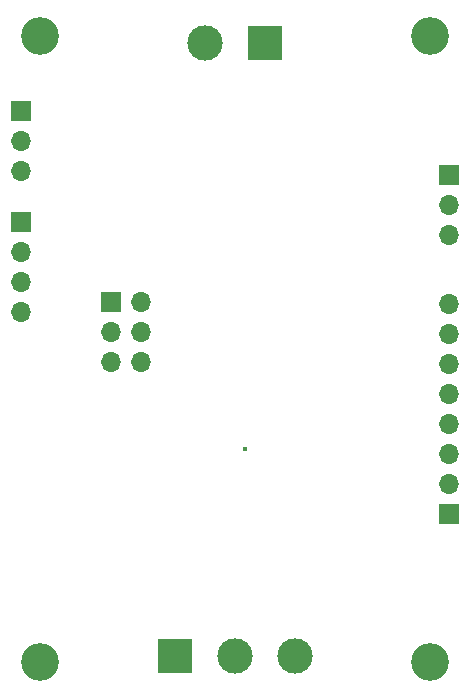
<source format=gbr>
%TF.GenerationSoftware,KiCad,Pcbnew,(6.0.4)*%
%TF.CreationDate,2024-04-18T18:30:19+02:00*%
%TF.ProjectId,focBLDCdrv,666f6342-4c44-4436-9472-762e6b696361,rev?*%
%TF.SameCoordinates,Original*%
%TF.FileFunction,Soldermask,Bot*%
%TF.FilePolarity,Negative*%
%FSLAX46Y46*%
G04 Gerber Fmt 4.6, Leading zero omitted, Abs format (unit mm)*
G04 Created by KiCad (PCBNEW (6.0.4)) date 2024-04-18 18:30:19*
%MOMM*%
%LPD*%
G01*
G04 APERTURE LIST*
%ADD10R,1.700000X1.700000*%
%ADD11O,1.700000X1.700000*%
%ADD12R,3.000000X3.000000*%
%ADD13C,3.000000*%
%ADD14C,3.200000*%
%ADD15C,0.450000*%
G04 APERTURE END LIST*
D10*
%TO.C,J5*%
X137625000Y-92775000D03*
D11*
X140165000Y-92775000D03*
X137625000Y-95315000D03*
X140165000Y-95315000D03*
X137625000Y-97855000D03*
X140165000Y-97855000D03*
%TD*%
D12*
%TO.C,J2*%
X143020000Y-122700000D03*
D13*
X148100000Y-122700000D03*
X153180000Y-122700000D03*
%TD*%
D12*
%TO.C,J1*%
X150640000Y-70800000D03*
D13*
X145560000Y-70800000D03*
%TD*%
D10*
%TO.C,J6*%
X130000000Y-76560000D03*
D11*
X130000000Y-79100000D03*
X130000000Y-81640000D03*
%TD*%
D14*
%TO.C,REF\u002A\u002A*%
X131600000Y-70200000D03*
%TD*%
D10*
%TO.C,J7*%
X130000000Y-86000000D03*
D11*
X130000000Y-88540000D03*
X130000000Y-91080000D03*
X130000000Y-93620000D03*
%TD*%
D10*
%TO.C,J3*%
X166200000Y-110675000D03*
D11*
X166200000Y-108135000D03*
X166200000Y-105595000D03*
X166200000Y-103055000D03*
X166200000Y-100515000D03*
X166200000Y-97975000D03*
X166200000Y-95435000D03*
X166200000Y-92895000D03*
%TD*%
D10*
%TO.C,J4*%
X166200000Y-81975000D03*
D11*
X166200000Y-84515000D03*
X166200000Y-87055000D03*
%TD*%
D14*
%TO.C,REF\u002A\u002A*%
X164600000Y-70200000D03*
%TD*%
%TO.C,REF\u002A\u002A*%
X131600000Y-123200000D03*
%TD*%
D15*
%TO.C,U1*%
X148925000Y-105200000D03*
%TD*%
D14*
%TO.C,REF\u002A\u002A*%
X164600000Y-123200000D03*
%TD*%
M02*

</source>
